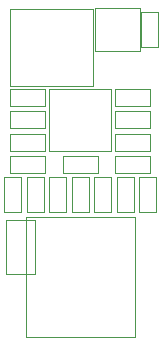
<source format=gbr>
%TF.GenerationSoftware,KiCad,Pcbnew,5.1.7+dfsg1-1~bpo10+1*%
%TF.CreationDate,Date%
%TF.ProjectId,ProMicro_BOOST,50726f4d-6963-4726-9f5f-424f4f53542e,v1.7*%
%TF.SameCoordinates,Original*%
%TF.FileFunction,Other,User*%
%FSLAX46Y46*%
G04 Gerber Fmt 4.6, Leading zero omitted, Abs format (unit mm)*
G04 Created by KiCad*
%MOMM*%
%LPD*%
G01*
G04 APERTURE LIST*
%ADD10C,0.050000*%
G04 APERTURE END LIST*
D10*
%TO.C,L1*%
X8707000Y19991000D02*
X8707000Y26491000D01*
X1707000Y26491000D02*
X1707000Y19991000D01*
X1707000Y19991000D02*
X8707000Y19991000D01*
X8707000Y26491000D02*
X1707000Y26491000D01*
%TO.C,C3*%
X4655000Y19780000D02*
X4655000Y18320000D01*
X4655000Y18320000D02*
X1695000Y18320000D01*
X1695000Y18320000D02*
X1695000Y19780000D01*
X1695000Y19780000D02*
X4655000Y19780000D01*
%TO.C,C6*%
X10585000Y18320000D02*
X10585000Y19780000D01*
X10585000Y19780000D02*
X13545000Y19780000D01*
X13545000Y19780000D02*
X13545000Y18320000D01*
X13545000Y18320000D02*
X10585000Y18320000D01*
%TO.C,C7*%
X10585000Y16415000D02*
X10585000Y17875000D01*
X10585000Y17875000D02*
X13545000Y17875000D01*
X13545000Y17875000D02*
X13545000Y16415000D01*
X13545000Y16415000D02*
X10585000Y16415000D01*
%TO.C,C5*%
X4985000Y12275000D02*
X6445000Y12275000D01*
X6445000Y12275000D02*
X6445000Y9315000D01*
X6445000Y9315000D02*
X4985000Y9315000D01*
X4985000Y9315000D02*
X4985000Y12275000D01*
%TO.C,C4*%
X4655000Y17875000D02*
X4655000Y16415000D01*
X4655000Y16415000D02*
X1695000Y16415000D01*
X1695000Y16415000D02*
X1695000Y17875000D01*
X1695000Y17875000D02*
X4655000Y17875000D01*
%TO.C,R8*%
X10585000Y12605000D02*
X10585000Y14065000D01*
X10585000Y14065000D02*
X13545000Y14065000D01*
X13545000Y14065000D02*
X13545000Y12605000D01*
X13545000Y12605000D02*
X10585000Y12605000D01*
%TO.C,R7*%
X13545000Y15970000D02*
X13545000Y14510000D01*
X13545000Y14510000D02*
X10585000Y14510000D01*
X10585000Y14510000D02*
X10585000Y15970000D01*
X10585000Y15970000D02*
X13545000Y15970000D01*
%TO.C,R6*%
X1695000Y14510000D02*
X1695000Y15970000D01*
X1695000Y15970000D02*
X4655000Y15970000D01*
X4655000Y15970000D02*
X4655000Y14510000D01*
X4655000Y14510000D02*
X1695000Y14510000D01*
%TO.C,R5*%
X4655000Y14065000D02*
X4655000Y12605000D01*
X4655000Y12605000D02*
X1695000Y12605000D01*
X1695000Y12605000D02*
X1695000Y14065000D01*
X1695000Y14065000D02*
X4655000Y14065000D01*
%TO.C,R4*%
X9100000Y14065000D02*
X9100000Y12605000D01*
X9100000Y12605000D02*
X6140000Y12605000D01*
X6140000Y12605000D02*
X6140000Y14065000D01*
X6140000Y14065000D02*
X9100000Y14065000D01*
%TO.C,R3*%
X14192000Y23285000D02*
X12732000Y23285000D01*
X12732000Y23285000D02*
X12732000Y26245000D01*
X12732000Y26245000D02*
X14192000Y26245000D01*
X14192000Y26245000D02*
X14192000Y23285000D01*
%TO.C,U2*%
X10240000Y19765000D02*
X5000000Y19765000D01*
X5000000Y19765000D02*
X5000000Y14525000D01*
X5000000Y14525000D02*
X10240000Y14525000D01*
X10240000Y14525000D02*
X10240000Y19765000D01*
%TO.C,U1*%
X8895000Y26565000D02*
X12695000Y26565000D01*
X12695000Y26565000D02*
X12695000Y22965000D01*
X12695000Y22965000D02*
X8895000Y22965000D01*
X8895000Y22965000D02*
X8895000Y26565000D01*
%TO.C,JP1*%
X3790000Y8650000D02*
X3790000Y4050000D01*
X3790000Y8650000D02*
X1290000Y8650000D01*
X1290000Y4050000D02*
X3790000Y4050000D01*
X1290000Y4050000D02*
X1290000Y8650000D01*
%TO.C,J1*%
X3020000Y8910000D02*
X3020000Y-1290000D01*
X3020000Y-1290000D02*
X12220000Y-1290000D01*
X12220000Y-1290000D02*
X12220000Y8910000D01*
X12220000Y8910000D02*
X3020000Y8910000D01*
%TO.C,R2*%
X2635000Y9315000D02*
X1175000Y9315000D01*
X1175000Y9315000D02*
X1175000Y12275000D01*
X1175000Y12275000D02*
X2635000Y12275000D01*
X2635000Y12275000D02*
X2635000Y9315000D01*
%TO.C,R1*%
X3080000Y12275000D02*
X4540000Y12275000D01*
X4540000Y12275000D02*
X4540000Y9315000D01*
X4540000Y9315000D02*
X3080000Y9315000D01*
X3080000Y9315000D02*
X3080000Y12275000D01*
%TO.C,C1*%
X12160000Y9315000D02*
X10700000Y9315000D01*
X10700000Y9315000D02*
X10700000Y12275000D01*
X10700000Y12275000D02*
X12160000Y12275000D01*
X12160000Y12275000D02*
X12160000Y9315000D01*
%TO.C,F1*%
X8350000Y9315000D02*
X6890000Y9315000D01*
X6890000Y9315000D02*
X6890000Y12275000D01*
X6890000Y12275000D02*
X8350000Y12275000D01*
X8350000Y12275000D02*
X8350000Y9315000D01*
%TO.C,D1*%
X10255000Y9315000D02*
X8795000Y9315000D01*
X8795000Y9315000D02*
X8795000Y12275000D01*
X8795000Y12275000D02*
X10255000Y12275000D01*
X10255000Y12275000D02*
X10255000Y9315000D01*
%TO.C,C2*%
X12605000Y12275000D02*
X14065000Y12275000D01*
X14065000Y12275000D02*
X14065000Y9315000D01*
X14065000Y9315000D02*
X12605000Y9315000D01*
X12605000Y9315000D02*
X12605000Y12275000D01*
%TD*%
M02*

</source>
